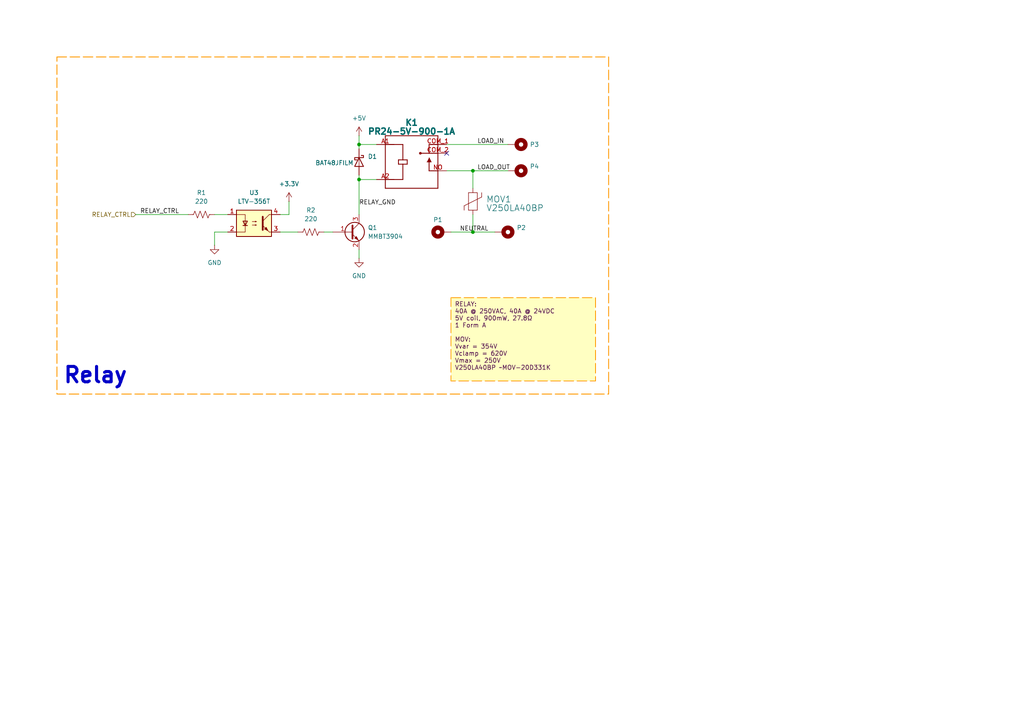
<source format=kicad_sch>
(kicad_sch (version 20250114) (generator "eeschema") (generator_version "9.0")
  (paper "A4")
  (title_block (title "Relay Module") (date "2025-03-22") (rev "1.0") (company "CRG Makes") (comment 1 "Aquarius"))
  (lib_symbols
    (symbol "CRG Makes:MOV20D331K"
      (property "Reference" "MOV" (at -2.794 -2.54 90))
      (symbol "MOV20D331K_1_0"
        (polyline (pts (xy -2.54 -1.27) (xy -2.54 -2.54)) (stroke (width 0.1524)))
        (polyline (pts (xy -1.27 2.54) (xy 1.27 2.54)) (stroke (width 0.1524)))
        (polyline (pts (xy -1.27 -2.54) (xy -1.27 2.54)) (stroke (width 0.1524)))
        (polyline (pts (xy 1.27 2.54) (xy 1.27 -2.54)) (stroke (width 0.1524)))
        (polyline (pts (xy 1.27 -2.54) (xy -1.27 -2.54)) (stroke (width 0.1524)))
        (polyline (pts (xy 2.54 1.27) (xy -2.54 -1.27)) (stroke (width 0.1524)))
        (polyline (pts (xy 2.54 1.27) (xy 2.54 2.54)) (stroke (width 0.1524)))
        (pin bidirectional line (at 0 3.81 270) (length 1.27) (name "P$1") (number "P$1"))
        (pin bidirectional line (at 0 -3.81 90) (length 1.27) (name "P$2") (number "P$2"))
      )
    )
    (symbol "CRG Makes:PR24-5V-900-1A"
      (property "Reference" "K" (at -7.62 8.382 0))
      (symbol "PR24-5V-900-1A_1_0"
        (polyline (pts (xy -7.62 7.62) (xy -7.62 -7.62)) (stroke (width 0.254)))
        (polyline (pts (xy -7.62 5.08) (xy -2.54 5.08)) (stroke (width 0.254)))
        (polyline (pts (xy -7.62 -5.08) (xy -2.54 -5.08)) (stroke (width 0.254)))
        (polyline (pts (xy -7.62 -7.62) (xy 7.62 -7.62)) (stroke (width 0.254)))
        (polyline (pts (xy -3.81 0.635) (xy -2.54 0.635)) (stroke (width 0.254)))
        (polyline (pts (xy -3.81 -0.635) (xy -3.81 0.635)) (stroke (width 0.254)))
        (polyline (pts (xy -2.54 5.08) (xy -2.54 0.635)) (stroke (width 0.254)))
        (polyline (pts (xy -2.54 0.635) (xy -1.27 0.635)) (stroke (width 0.254)))
        (polyline (pts (xy -2.54 -0.635) (xy -3.81 -0.635)) (stroke (width 0.254)))
        (polyline (pts (xy -2.54 -0.635) (xy -2.54 -5.08)) (stroke (width 0.254)))
        (polyline (pts (xy -1.27 0.635) (xy -1.27 -0.635)) (stroke (width 0.254)))
        (polyline (pts (xy -1.27 -0.635) (xy -2.54 -0.635)) (stroke (width 0.254)))
        (circle (center 2.54 2.54) (radius 0.254) (stroke (width 0.254)))
        (polyline (pts (xy 4.445 0) (xy 5.715 0) (xy 5.08 1.2699)) (stroke (width 0.1524)) (fill (type outline)))
        (polyline (pts (xy 5.08 5.08) (xy 5.08 2.54)) (stroke (width 0.254)))
        (polyline (pts (xy 5.08 2.54) (xy 2.54 2.54)) (stroke (width 0.254)))
        (polyline (pts (xy 5.08 -2.54) (xy 5.08 0)) (stroke (width 0.254)))
        (polyline (pts (xy 7.62 7.62) (xy -7.62 7.62)) (stroke (width 0.254)))
        (polyline (pts (xy 7.62 5.08) (xy 5.08 5.08)) (stroke (width 0.254)))
        (polyline (pts (xy 7.62 2.54) (xy 5.08 2.54)) (stroke (width 0.254)))
        (polyline (pts (xy 7.62 -2.54) (xy 5.08 -2.54)) (stroke (width 0.254)))
        (polyline (pts (xy 7.62 -7.62) (xy 7.62 7.62)) (stroke (width 0.254)))
        (pin passive line (at -10.16 5.08 0) (length 5.08) (name "COIL1") (number "A1"))
        (pin passive line (at -10.16 -5.08 0) (length 5.08) (name "COIL2") (number "A2"))
        (pin passive line (at 10.16 5.08 180) (length 5.08) (name "COM1") (number "COM_1"))
        (pin passive line (at 10.16 2.54 180) (length 5.08) (name "COM2") (number "COM_2"))
        (pin passive line (at 10.16 -2.54 180) (length 5.08) (name "NO") (number "NO"))
      )
    )
    (symbol "Device:R_US" (pin_numbers (hide yes)) (pin_names (offset 0))
      (property "Reference" "R" (at 2.54 0 90))
      (property "Value" "R_US" (at -2.54 0 90))
      (symbol "R_US_0_1"
        (polyline (pts (xy 0 2.286) (xy 0 2.54)))
        (polyline (pts (xy 0 2.286) (xy 1.016 1.905) (xy 0 1.524) (xy -1.016 1.143) (xy 0 0.762)))
        (polyline (pts (xy 0 0.762) (xy 1.016 0.381) (xy 0 0) (xy -1.016 -0.381) (xy 0 -0.762)))
        (polyline (pts (xy 0 -0.762) (xy 1.016 -1.143) (xy 0 -1.524) (xy -1.016 -1.905) (xy 0 -2.286)))
        (polyline (pts (xy 0 -2.286) (xy 0 -2.54)))
      )
      (symbol "R_US_1_1"
        (pin passive line (at 0 3.81 270) (length 1.27) (name "~") (number "1"))
        (pin passive line (at 0 -3.81 90) (length 1.27) (name "~") (number "2"))
      )
    )
    (symbol "Diode:BAT48JFILM" (pin_numbers (hide yes)) (pin_names (offset 1.016) (hide yes))
      (property "Reference" "D" (at 0 2.54 0))
      (property "Value" "BAT48JFILM" (at 0 -2.54 0))
      (symbol "BAT48JFILM_0_1"
        (polyline (pts (xy -1.905 0.635) (xy -1.905 1.27) (xy -1.27 1.27) (xy -1.27 -1.27) (xy -0.635 -1.27) (xy -0.635 -0.635)) (stroke (width 0.254)))
        (polyline (pts (xy 1.27 1.27) (xy 1.27 -1.27) (xy -1.27 0) (xy 1.27 1.27)) (stroke (width 0.254)))
        (polyline (pts (xy 1.27 0) (xy -1.27 0)))
      )
      (symbol "BAT48JFILM_1_1"
        (pin passive line (at -3.81 0 0) (length 2.54) (name "K") (number "1"))
        (pin passive line (at 3.81 0 180) (length 2.54) (name "A") (number "2"))
      )
    )
    (symbol "Isolator:LTV-356T" (pin_names (offset 1.016))
      (property "Reference" "U" (at -5.334 4.826 0))
      (property "Value" "LTV-356T" (at 0 5.08 0))
      (symbol "LTV-356T_0_1"
        (rectangle (start -5.08 3.81) (end 5.08 -3.81) (stroke (width 0.254)) (fill (type background)))
        (polyline (pts (xy -5.08 2.54) (xy -2.54 2.54) (xy -2.54 -0.762)))
        (polyline (pts (xy -3.175 -0.635) (xy -1.905 -0.635)) (stroke (width 0.254)))
        (polyline (pts (xy -2.54 -0.635) (xy -2.54 -2.54) (xy -5.08 -2.54)))
        (polyline (pts (xy -2.54 -0.635) (xy -3.175 0.635) (xy -1.905 0.635) (xy -2.54 -0.635)) (stroke (width 0.254)))
        (polyline (pts (xy -0.508 0.508) (xy 0.762 0.508) (xy 0.381 0.381) (xy 0.381 0.635) (xy 0.762 0.508)))
        (polyline (pts (xy -0.508 -0.508) (xy 0.762 -0.508) (xy 0.381 -0.635) (xy 0.381 -0.381) (xy 0.762 -0.508)))
        (polyline (pts (xy 2.54 1.905) (xy 2.54 -1.905) (xy 2.54 -1.905)) (stroke (width 0.508)))
        (polyline (pts (xy 2.54 0.635) (xy 4.445 2.54)))
        (polyline (pts (xy 3.048 -1.651) (xy 3.556 -1.143) (xy 4.064 -2.159) (xy 3.048 -1.651) (xy 3.048 -1.651)) (fill (type outline)))
        (polyline (pts (xy 4.445 2.54) (xy 5.08 2.54)))
        (polyline (pts (xy 4.445 -2.54) (xy 2.54 -0.635)) (fill (type outline)))
        (polyline (pts (xy 4.445 -2.54) (xy 5.08 -2.54)))
      )
      (symbol "LTV-356T_1_1"
        (pin passive line (at -7.62 2.54 0) (length 2.54) (name "~") (number "1"))
        (pin passive line (at -7.62 -2.54 0) (length 2.54) (name "~") (number "2"))
        (pin passive line (at 7.62 2.54 180) (length 2.54) (name "~") (number "4"))
        (pin passive line (at 7.62 -2.54 180) (length 2.54) (name "~") (number "3"))
      )
    )
    (symbol "Mechanical:MountingHole_Pad" (pin_numbers (hide yes)) (pin_names (offset 1.016) (hide yes)) (exclude_from_sim yes) (in_bom no)
      (property "Reference" "H" (at 0 6.35 0))
      (property "Value" "MountingHole_Pad" (at 0 4.445 0))
      (symbol "MountingHole_Pad_0_1"
        (circle (center 0 1.27) (radius 1.27) (stroke (width 1.27)))
      )
      (symbol "MountingHole_Pad_1_1"
        (pin input line (at 0 -2.54 90) (length 2.54) (name "1") (number "1"))
      )
    )
    (symbol "Transistor_BJT:MMBT3904" (pin_names (offset 0) (hide yes))
      (property "Reference" "Q" (at 5.08 1.905 0))
      (property "Value" "MMBT3904" (at 5.08 0 0))
      (symbol "MMBT3904_0_1"
        (polyline (pts (xy 0.635 1.905) (xy 0.635 -1.905) (xy 0.635 -1.905)) (stroke (width 0.508)))
        (polyline (pts (xy 0.635 0.635) (xy 2.54 2.54)))
        (polyline (pts (xy 0.635 -0.635) (xy 2.54 -2.54) (xy 2.54 -2.54)))
        (circle (center 1.27 0) (radius 2.8194) (stroke (width 0.254)))
        (polyline (pts (xy 1.27 -1.778) (xy 1.778 -1.27) (xy 2.286 -2.286) (xy 1.27 -1.778) (xy 1.27 -1.778)) (fill (type outline)))
      )
      (symbol "MMBT3904_1_1"
        (pin input line (at -5.08 0 0) (length 5.715) (name "B") (number "1"))
        (pin passive line (at 2.54 5.08 270) (length 2.54) (name "C") (number "3"))
        (pin passive line (at 2.54 -5.08 90) (length 2.54) (name "E") (number "2"))
      )
    )
    (symbol "power:+3.3V" (power) (pin_numbers (hide yes)) (pin_names (offset 0) (hide yes))
      (property "Value" "+3.3V" (at 0 3.556 0))
      (symbol "+3.3V_0_1"
        (polyline (pts (xy -0.762 1.27) (xy 0 2.54)))
        (polyline (pts (xy 0 2.54) (xy 0.762 1.27)))
        (polyline (pts (xy 0 0) (xy 0 2.54)))
      )
      (symbol "+3.3V_1_1"
        (pin power_in line (at 0 0 90) (length 0) (name "~") (number "1"))
      )
    )
    (symbol "power:+5V" (power) (pin_numbers (hide yes)) (pin_names (offset 0) (hide yes))
      (property "Value" "+5V" (at 0 3.556 0))
      (symbol "+5V_0_1"
        (polyline (pts (xy -0.762 1.27) (xy 0 2.54)))
        (polyline (pts (xy 0 2.54) (xy 0.762 1.27)))
        (polyline (pts (xy 0 0) (xy 0 2.54)))
      )
      (symbol "+5V_1_1"
        (pin power_in line (at 0 0 90) (length 0) (name "~") (number "1"))
      )
    )
    (symbol "power:GND" (power) (pin_numbers (hide yes)) (pin_names (offset 0) (hide yes))
      (property "Value" "GND" (at 0 -3.81 0))
      (symbol "GND_0_1"
        (polyline (pts (xy 0 0) (xy 0 -1.27) (xy 1.27 -1.27) (xy 0 -2.54) (xy -1.27 -1.27) (xy 0 -1.27)))
      )
      (symbol "GND_1_1"
        (pin power_in line (at 0 0 270) (length 0) (name "~") (number "1"))
      )
    )
  )
  (rectangle (start 16.51 16.51) (end 176.53 114.3) (stroke (width 0.254) (type dash) (color 255 153 0 1)))
  (text "Relay" (at 27.686 108.966 0) (effects (font (size 4.445 4.445) (thickness 0.889) (bold yes))))
  (text_box "RELAY:\n40A @ 250VAC, 40A @ 24VDC\n5V coil, 900mW, 27.8Ω\n1 Form A\n\nMOV:\nVvar = 354V\nVclamp = 620V\nVmax = 250V\nV250LA40BP ~MOV-20D331K\n" (at 130.81 86.36 0) (size 41.91 24.13) (margins 1.0795 1.0795 1.0795 1.0795) (stroke (width 0.254) (type dash) (color 255 153 0 1)) (fill (type color) (color 255 255 194 1)) (effects (font (size 1.27 1.27) (thickness 0.1588)) (justify left top)))
  (junction (at 104.14 41.91))
  (junction (at 104.14 52.07))
  (junction (at 137.16 49.53))
  (junction (at 137.16 67.31))
  (no_connect (at 129.54 44.45))
  (wire (pts (xy 109.22 41.91) (xy 104.14 41.91)))
  (wire (pts (xy 104.14 39.37) (xy 104.14 41.91)))
  (wire (pts (xy 104.14 72.39) (xy 104.14 74.93)))
  (wire (pts (xy 104.14 41.91) (xy 104.14 43.18)))
  (wire (pts (xy 137.16 49.53) (xy 137.16 54.61)))
  (wire (pts (xy 93.98 67.31) (xy 96.52 67.31)))
  (wire (pts (xy 109.22 52.07) (xy 104.14 52.07)))
  (wire (pts (xy 137.16 67.31) (xy 143.51 67.31)))
  (wire (pts (xy 83.82 62.23) (xy 83.82 58.42)))
  (wire (pts (xy 137.16 62.23) (xy 137.16 67.31)))
  (wire (pts (xy 81.28 67.31) (xy 86.36 67.31)))
  (wire (pts (xy 104.14 50.8) (xy 104.14 52.07)))
  (wire (pts (xy 129.54 49.53) (xy 137.16 49.53)))
  (wire (pts (xy 104.14 52.07) (xy 104.14 62.23)))
  (wire (pts (xy 39.37 62.23) (xy 54.61 62.23)))
  (wire (pts (xy 62.23 62.23) (xy 66.04 62.23)))
  (wire (pts (xy 129.54 41.91) (xy 147.32 41.91)))
  (wire (pts (xy 81.28 62.23) (xy 83.82 62.23)))
  (wire (pts (xy 130.81 67.31) (xy 137.16 67.31)))
  (wire (pts (xy 62.23 67.31) (xy 62.23 71.12)))
  (wire (pts (xy 66.04 67.31) (xy 62.23 67.31)))
  (wire (pts (xy 137.16 49.53) (xy 147.32 49.53)))
  (label "RELAY_CTRL" (at 40.64 62.23 0))
  (label "NEUTRAL" (at 133.35 67.31 0))
  (label "LOAD_IN" (at 138.43 41.91 0))
  (label "RELAY_GND" (at 104.14 59.69 0))
  (label "LOAD_OUT" (at 138.43 49.53 0))
  (hierarchical_label "RELAY_CTRL" (shape input) (at 39.37 62.23 180))
  (symbol (lib_id "Mechanical:MountingHole_Pad") (at 149.86 41.91 270) (unit 1) (in_bom no)
    (property "Reference" "P3" (at 153.67 41.9099 90) (effects (justify left)))
    (property "Value" "MountingHole_Pad" (effects (hide yes)))
    (property "Footprint" "MountingHole:MountingHole_3.2mm_M3_ISO14580_Pad" (effects (hide yes)))
    (property "Description" "Mounting Hole with connection" (effects (hide yes)))
  )
  (symbol (lib_id "CRG Makes:PR24-5V-900-1A") (at 119.38 46.99 0) (unit 1)
    (property "Reference" "K1" (at 119.38 35.56 0) (effects (font (size 1.778 1.778) (thickness 0.3556) (bold yes))))
    (property "Value" "PR24-5V-900-1A" (at 119.38 38.1 0) (effects (font (size 1.778 1.778) (thickness 0.3556) (bold yes))))
    (property "Footprint" "CRG Makes:RELAY_PR24-5V-900-1A" (effects (hide yes)))
    (property "Datasheet" "https://wmsc.lcsc.com/wmsc/upload/file/pdf/v2/lcsc/2312271407_CUI-PR24-5V-900-1A_C7029760.pdf" (effects (hide yes)))
    (property "Description" "Power relay, 40A, Normally Open\n\nhttps://www.mouser.com/ProductDetail/179-PR24-5V-900-1A\nhttps://jlcpcb.com/partdetail/Cui-PR24_5V_9001A/C7029760" (effects (hide yes)))
    (property "LCSC_PN" "C7029760" (effects (hide yes)))
  )
  (symbol (lib_id "power:GND") (at 62.23 71.12 0) (unit 1)
    (property "Reference" "#PWR02" (effects (hide yes)))
    (property "Value" "GND" (at 62.23 76.2 0))
    (property "Description" "Power symbol creates a global label with name \"GND\" , ground" (effects (hide yes)))
  )
  (symbol (lib_id "Isolator:LTV-356T") (at 73.66 64.77 0) (unit 1)
    (property "Reference" "U3" (at 73.66 55.88 0))
    (property "Value" "LTV-356T" (at 73.66 58.42 0))
    (property "Footprint" "Package_SO:SO-4_4.4x3.6mm_P2.54mm" (effects (hide yes)))
    (property "Datasheet" "http://optoelectronics.liteon.com/upload/download/DS70-2001-010/S_110_LTV-356T%2020140520.pdf" (effects (hide yes)))
    (property "Description" "DC Optocoupler, Vce 80V, CTR 50%, SO-4" (effects (hide yes)))
  )
  (symbol (lib_id "CRG Makes:MOV20D331K") (at 137.16 58.42 0) (unit 1) (in_bom no)
    (property "Reference" "MOV1" (at 140.97 57.7849 0) (effects (font (size 1.778 1.778)) (justify left)))
    (property "Value" "V250LA40BP" (at 140.97 60.325 0) (effects (font (size 1.778 1.778)) (justify left)))
    (property "Footprint" "CRG Makes:V250LA40BP" (effects (hide yes)))
    (property "Datasheet" "https://wmsc.lcsc.com/wmsc/upload/file/pdf/v2/lcsc/2304140030_Littelfuse-V250LA40BP_C1527448.pdf" (effects (hide yes)))
    (property "Description" "Metal Oxide Varistor\nMOV-20D331K https://jlcpcb.com/partdetail/Bourns-MOV20D331K/C1528488" (effects (hide yes)))
    (property "LCSC_PN" "C1527448" (effects (hide yes)))
  )
  (symbol (lib_id "power:+3.3V") (at 83.82 58.42 0) (unit 1)
    (property "Reference" "#PWR018" (effects (hide yes)))
    (property "Value" "+3.3V" (at 83.82 53.34 0))
    (property "Description" "Power symbol creates a global label with name \"+3.3V\"" (effects (hide yes)))
  )
  (symbol (lib_id "power:GND") (at 104.14 74.93 0) (unit 1)
    (property "Reference" "#PWR09" (effects (hide yes)))
    (property "Value" "GND" (at 104.14 80.01 0))
    (property "Description" "Power symbol creates a global label with name \"GND\" , ground" (effects (hide yes)))
  )
  (symbol (lib_id "power:+5V") (at 104.14 39.37 0) (unit 1)
    (property "Reference" "#PWR01" (effects (hide yes)))
    (property "Value" "+5V" (at 104.14 34.29 0))
    (property "Description" "Power symbol creates a global label with name \"+5V\"" (effects (hide yes)))
  )
  (symbol (lib_id "Mechanical:MountingHole_Pad") (at 149.86 49.53 270) (unit 1) (in_bom no)
    (property "Reference" "P4" (at 153.67 48.2599 90) (effects (justify left)))
    (property "Value" "MountingHole_Pad" (effects (hide yes)))
    (property "Footprint" "MountingHole:MountingHole_3.2mm_M3_ISO14580_Pad" (effects (hide yes)))
    (property "Description" "Mounting Hole with connection" (effects (hide yes)))
  )
  (symbol (lib_id "Device:R_US") (at 58.42 62.23 90) (unit 1)
    (property "Reference" "R1" (at 58.42 55.88 90))
    (property "Value" "220" (at 58.42 58.42 90))
    (property "Footprint" "Resistor_SMD:R_0603_1608Metric" (effects (hide yes)))
    (property "Description" "Resistor, US symbol" (effects (hide yes)))
    (property "LCSC_PN" "C1226" (effects (hide yes)))
  )
  (symbol (lib_id "Transistor_BJT:MMBT3904") (at 101.6 67.31 0) (unit 1)
    (property "Reference" "Q1" (at 106.68 66.0399 0) (effects (justify left)))
    (property "Value" "MMBT3904" (at 106.68 68.5799 0) (effects (justify left)))
    (property "Footprint" "Package_TO_SOT_SMD:SOT-23" (effects (hide yes)))
    (property "Datasheet" "https://www.onsemi.com/pdf/datasheet/pzt3904-d.pdf" (effects (hide yes)))
    (property "Description" "0.2A Ic, 40V Vce, Small Signal NPN Transistor, SOT-23" (effects (hide yes)))
    (property "LCSC_PN" "C909754" (effects (hide yes)))
  )
  (symbol (lib_id "Diode:BAT48JFILM") (at 104.14 46.99 270) (unit 1)
    (property "Reference" "D1" (at 106.68 45.4024 90) (effects (justify left)))
    (property "Value" "BAT48JFILM" (at 91.44 47.244 90) (effects (justify left)))
    (property "Footprint" "Diode_SMD:D_SOD-323" (effects (hide yes)))
    (property "Datasheet" "www.st.com/resource/en/datasheet/bat48.pdf" (effects (hide yes)))
    (property "Description" "40V 0.35A Small Signal Schottky Diode, SOD-323" (effects (hide yes)))
    (property "LCSC_PN" "C155590" (effects (hide yes)))
  )
  (symbol (lib_id "Device:R_US") (at 90.17 67.31 90) (unit 1)
    (property "Reference" "R2" (at 90.17 60.96 90))
    (property "Value" "220" (at 90.17 63.5 90))
    (property "Footprint" "Resistor_SMD:R_0603_1608Metric" (effects (hide yes)))
    (property "Description" "Resistor, US symbol" (effects (hide yes)))
    (property "LCSC_PN" "C1226" (effects (hide yes)))
  )
  (symbol (lib_id "Mechanical:MountingHole_Pad") (at 128.27 67.31 90) (unit 1) (in_bom no)
    (property "Reference" "P1" (at 127 63.754 90))
    (property "Value" "MountingHole_Pad" (effects (hide yes)))
    (property "Footprint" "MountingHole:MountingHole_3.2mm_M3_ISO14580_Pad" (effects (hide yes)))
    (property "Description" "Mounting Hole with connection" (effects (hide yes)))
  )
  (symbol (lib_id "Mechanical:MountingHole_Pad") (at 146.05 67.31 270) (unit 1) (in_bom no)
    (property "Reference" "P2" (at 149.86 66.0399 90) (effects (justify left)))
    (property "Value" "MountingHole_Pad" (effects (hide yes)))
    (property "Footprint" "MountingHole:MountingHole_3.2mm_M3_ISO14580_Pad" (effects (hide yes)))
    (property "Description" "Mounting Hole with connection" (effects (hide yes)))
  )
)
</source>
